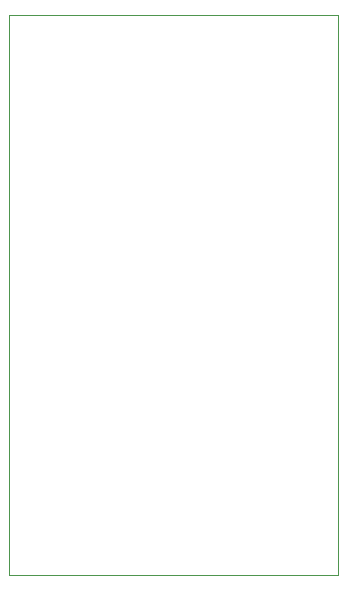
<source format=gbr>
%TF.GenerationSoftware,KiCad,Pcbnew,(5.1.10)-1*%
%TF.CreationDate,2021-10-02T14:55:05+00:00*%
%TF.ProjectId,watermixer,77617465-726d-4697-9865-722e6b696361,v1.0*%
%TF.SameCoordinates,Original*%
%TF.FileFunction,Other,User*%
%FSLAX46Y46*%
G04 Gerber Fmt 4.6, Leading zero omitted, Abs format (unit mm)*
G04 Created by KiCad (PCBNEW (5.1.10)-1) date 2021-10-02 14:55:05*
%MOMM*%
%LPD*%
G01*
G04 APERTURE LIST*
%ADD10C,0.050000*%
G04 APERTURE END LIST*
D10*
%TO.C,U2*%
X103902320Y-118454720D02*
X131802320Y-118454720D01*
X131802320Y-71034720D02*
X103902320Y-71034720D01*
X103902320Y-71034720D02*
X103902320Y-118454720D01*
X131802320Y-118454720D02*
X131802320Y-71034720D01*
%TD*%
M02*

</source>
